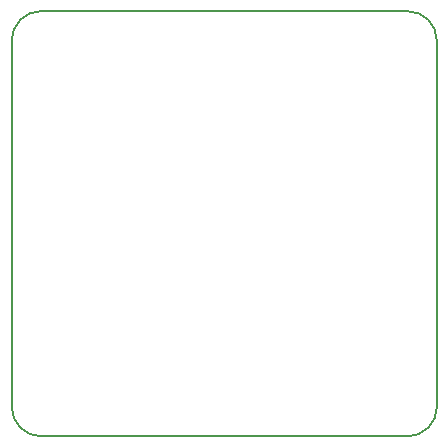
<source format=gko>
G04 Layer_Color=16720538*
%FSLAX25Y25*%
%MOIN*%
G70*
G01*
G75*
%ADD55C,0.00630*%
D55*
X109843Y241740D02*
G03*
X99992Y231890I0J-9850D01*
G01*
X241740D02*
G03*
X231890Y241740I-9850J0D01*
G01*
Y99992D02*
G03*
X241740Y109843I0J9850D01*
G01*
X99992D02*
G03*
X109843Y99992I9850J0D01*
G01*
Y241732D02*
X231890D01*
X241732Y109843D02*
Y231890D01*
X109843Y100000D02*
X231890D01*
X100000Y109843D02*
Y231890D01*
M02*

</source>
